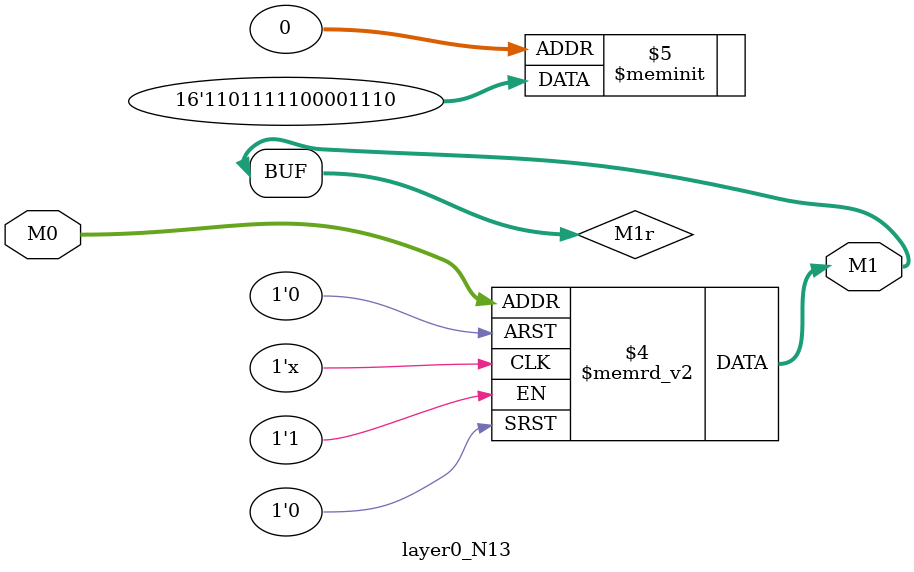
<source format=v>
module layer0_N13 ( input [2:0] M0, output [1:0] M1 );

	(*rom_style = "distributed" *) reg [1:0] M1r;
	assign M1 = M1r;
	always @ (M0) begin
		case (M0)
			3'b000: M1r = 2'b10;
			3'b100: M1r = 2'b11;
			3'b010: M1r = 2'b00;
			3'b110: M1r = 2'b01;
			3'b001: M1r = 2'b11;
			3'b101: M1r = 2'b11;
			3'b011: M1r = 2'b00;
			3'b111: M1r = 2'b11;

		endcase
	end
endmodule

</source>
